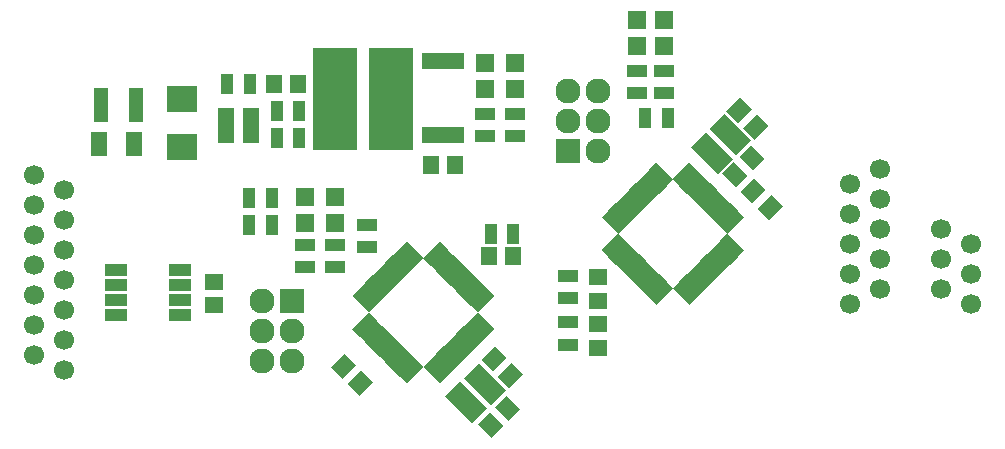
<source format=gbr>
G04 #@! TF.FileFunction,Soldermask,Top*
%FSLAX46Y46*%
G04 Gerber Fmt 4.6, Leading zero omitted, Abs format (unit mm)*
G04 Created by KiCad (PCBNEW 4.0.7-e2-6376~58~ubuntu16.04.1) date Mon Feb 19 20:22:06 2018*
%MOMM*%
%LPD*%
G01*
G04 APERTURE LIST*
%ADD10C,0.100000*%
%ADD11R,1.400000X1.650000*%
%ADD12R,1.400000X2.000000*%
%ADD13R,1.650000X1.400000*%
%ADD14R,2.559000X2.178000*%
%ADD15R,1.600000X1.600000*%
%ADD16R,1.300000X2.900000*%
%ADD17C,1.700000*%
%ADD18R,3.700000X8.600000*%
%ADD19R,2.127200X2.127200*%
%ADD20O,2.127200X2.127200*%
%ADD21R,1.700000X1.100000*%
%ADD22R,1.100000X1.700000*%
%ADD23R,3.600000X1.400000*%
%ADD24R,1.950000X1.000000*%
%ADD25R,1.460000X1.050000*%
G04 APERTURE END LIST*
D10*
G36*
X139326445Y-55228719D02*
X138159719Y-56395445D01*
X137169769Y-55405495D01*
X138336495Y-54238769D01*
X139326445Y-55228719D01*
X139326445Y-55228719D01*
G37*
G36*
X137912231Y-53814505D02*
X136745505Y-54981231D01*
X135755555Y-53991281D01*
X136922281Y-52824555D01*
X137912231Y-53814505D01*
X137912231Y-53814505D01*
G37*
D11*
X149172200Y-44574486D03*
X151172200Y-44574486D03*
D12*
X119126000Y-35052000D03*
X116126000Y-35052000D03*
D13*
X125857000Y-46752000D03*
X125857000Y-48752000D03*
D11*
X132969000Y-29972000D03*
X130969000Y-29972000D03*
X144272000Y-36830000D03*
X146272000Y-36830000D03*
D10*
G36*
X148455555Y-53356281D02*
X149622281Y-52189555D01*
X150612231Y-53179505D01*
X149445505Y-54346231D01*
X148455555Y-53356281D01*
X148455555Y-53356281D01*
G37*
G36*
X149869769Y-54770495D02*
X151036495Y-53603769D01*
X152026445Y-54593719D01*
X150859719Y-55760445D01*
X149869769Y-54770495D01*
X149869769Y-54770495D01*
G37*
G36*
X149368281Y-59951445D02*
X148201555Y-58784719D01*
X149191505Y-57794769D01*
X150358231Y-58961495D01*
X149368281Y-59951445D01*
X149368281Y-59951445D01*
G37*
G36*
X150782495Y-58537231D02*
X149615769Y-57370505D01*
X150605719Y-56380555D01*
X151772445Y-57547281D01*
X150782495Y-58537231D01*
X150782495Y-58537231D01*
G37*
G36*
X170426555Y-39132281D02*
X171593281Y-37965555D01*
X172583231Y-38955505D01*
X171416505Y-40122231D01*
X170426555Y-39132281D01*
X170426555Y-39132281D01*
G37*
G36*
X171840769Y-40546495D02*
X173007495Y-39379769D01*
X173997445Y-40369719D01*
X172830719Y-41536445D01*
X171840769Y-40546495D01*
X171840769Y-40546495D01*
G37*
G36*
X169211448Y-32329174D02*
X170378174Y-31162448D01*
X171368124Y-32152398D01*
X170201398Y-33319124D01*
X169211448Y-32329174D01*
X169211448Y-32329174D01*
G37*
G36*
X170625662Y-33743388D02*
X171792388Y-32576662D01*
X172782338Y-33566612D01*
X171615612Y-34733338D01*
X170625662Y-33743388D01*
X170625662Y-33743388D01*
G37*
D13*
X158369000Y-46387000D03*
X158369000Y-48387000D03*
D10*
G36*
X170069281Y-38742445D02*
X168902555Y-37575719D01*
X169892505Y-36585769D01*
X171059231Y-37752495D01*
X170069281Y-38742445D01*
X170069281Y-38742445D01*
G37*
G36*
X171483495Y-37328231D02*
X170316769Y-36161505D01*
X171306719Y-35171555D01*
X172473445Y-36338281D01*
X171483495Y-37328231D01*
X171483495Y-37328231D01*
G37*
D13*
X158369000Y-50324000D03*
X158369000Y-52324000D03*
D14*
X123190000Y-35306000D03*
X123190000Y-31242000D03*
D15*
X148844000Y-30437000D03*
X148844000Y-28237000D03*
X151384000Y-30437000D03*
X151384000Y-28237000D03*
X136144000Y-41740000D03*
X136144000Y-39540000D03*
X133604000Y-41740000D03*
X133604000Y-39540000D03*
D16*
X116332000Y-31750000D03*
X119232000Y-31750000D03*
D10*
G36*
X138221449Y-51401784D02*
X137549697Y-50730032D01*
X138963911Y-49315818D01*
X139635663Y-49987570D01*
X138221449Y-51401784D01*
X138221449Y-51401784D01*
G37*
G36*
X138787135Y-51967469D02*
X138115383Y-51295717D01*
X139529597Y-49881503D01*
X140201349Y-50553255D01*
X138787135Y-51967469D01*
X138787135Y-51967469D01*
G37*
G36*
X139352820Y-52533155D02*
X138681068Y-51861403D01*
X140095282Y-50447189D01*
X140767034Y-51118941D01*
X139352820Y-52533155D01*
X139352820Y-52533155D01*
G37*
G36*
X139918505Y-53098840D02*
X139246753Y-52427088D01*
X140660967Y-51012874D01*
X141332719Y-51684626D01*
X139918505Y-53098840D01*
X139918505Y-53098840D01*
G37*
G36*
X140484191Y-53664526D02*
X139812439Y-52992774D01*
X141226653Y-51578560D01*
X141898405Y-52250312D01*
X140484191Y-53664526D01*
X140484191Y-53664526D01*
G37*
G36*
X141049876Y-54230211D02*
X140378124Y-53558459D01*
X141792338Y-52144245D01*
X142464090Y-52815997D01*
X141049876Y-54230211D01*
X141049876Y-54230211D01*
G37*
G36*
X141615562Y-54795896D02*
X140943810Y-54124144D01*
X142358024Y-52709930D01*
X143029776Y-53381682D01*
X141615562Y-54795896D01*
X141615562Y-54795896D01*
G37*
G36*
X142181247Y-55361582D02*
X141509495Y-54689830D01*
X142923709Y-53275616D01*
X143595461Y-53947368D01*
X142181247Y-55361582D01*
X142181247Y-55361582D01*
G37*
G36*
X145646071Y-54689830D02*
X144974319Y-55361582D01*
X143560105Y-53947368D01*
X144231857Y-53275616D01*
X145646071Y-54689830D01*
X145646071Y-54689830D01*
G37*
G36*
X146211756Y-54124144D02*
X145540004Y-54795896D01*
X144125790Y-53381682D01*
X144797542Y-52709930D01*
X146211756Y-54124144D01*
X146211756Y-54124144D01*
G37*
G36*
X146777442Y-53558459D02*
X146105690Y-54230211D01*
X144691476Y-52815997D01*
X145363228Y-52144245D01*
X146777442Y-53558459D01*
X146777442Y-53558459D01*
G37*
G36*
X147343127Y-52992774D02*
X146671375Y-53664526D01*
X145257161Y-52250312D01*
X145928913Y-51578560D01*
X147343127Y-52992774D01*
X147343127Y-52992774D01*
G37*
G36*
X147908813Y-52427088D02*
X147237061Y-53098840D01*
X145822847Y-51684626D01*
X146494599Y-51012874D01*
X147908813Y-52427088D01*
X147908813Y-52427088D01*
G37*
G36*
X148474498Y-51861403D02*
X147802746Y-52533155D01*
X146388532Y-51118941D01*
X147060284Y-50447189D01*
X148474498Y-51861403D01*
X148474498Y-51861403D01*
G37*
G36*
X149040183Y-51295717D02*
X148368431Y-51967469D01*
X146954217Y-50553255D01*
X147625969Y-49881503D01*
X149040183Y-51295717D01*
X149040183Y-51295717D01*
G37*
G36*
X149605869Y-50730032D02*
X148934117Y-51401784D01*
X147519903Y-49987570D01*
X148191655Y-49315818D01*
X149605869Y-50730032D01*
X149605869Y-50730032D01*
G37*
G36*
X148191655Y-49351174D02*
X147519903Y-48679422D01*
X148934117Y-47265208D01*
X149605869Y-47936960D01*
X148191655Y-49351174D01*
X148191655Y-49351174D01*
G37*
G36*
X147625969Y-48785489D02*
X146954217Y-48113737D01*
X148368431Y-46699523D01*
X149040183Y-47371275D01*
X147625969Y-48785489D01*
X147625969Y-48785489D01*
G37*
G36*
X147060284Y-48219803D02*
X146388532Y-47548051D01*
X147802746Y-46133837D01*
X148474498Y-46805589D01*
X147060284Y-48219803D01*
X147060284Y-48219803D01*
G37*
G36*
X146494599Y-47654118D02*
X145822847Y-46982366D01*
X147237061Y-45568152D01*
X147908813Y-46239904D01*
X146494599Y-47654118D01*
X146494599Y-47654118D01*
G37*
G36*
X145928913Y-47088432D02*
X145257161Y-46416680D01*
X146671375Y-45002466D01*
X147343127Y-45674218D01*
X145928913Y-47088432D01*
X145928913Y-47088432D01*
G37*
G36*
X145363228Y-46522747D02*
X144691476Y-45850995D01*
X146105690Y-44436781D01*
X146777442Y-45108533D01*
X145363228Y-46522747D01*
X145363228Y-46522747D01*
G37*
G36*
X144797542Y-45957062D02*
X144125790Y-45285310D01*
X145540004Y-43871096D01*
X146211756Y-44542848D01*
X144797542Y-45957062D01*
X144797542Y-45957062D01*
G37*
G36*
X144231857Y-45391376D02*
X143560105Y-44719624D01*
X144974319Y-43305410D01*
X145646071Y-43977162D01*
X144231857Y-45391376D01*
X144231857Y-45391376D01*
G37*
G36*
X143595461Y-44719624D02*
X142923709Y-45391376D01*
X141509495Y-43977162D01*
X142181247Y-43305410D01*
X143595461Y-44719624D01*
X143595461Y-44719624D01*
G37*
G36*
X143029776Y-45285310D02*
X142358024Y-45957062D01*
X140943810Y-44542848D01*
X141615562Y-43871096D01*
X143029776Y-45285310D01*
X143029776Y-45285310D01*
G37*
G36*
X142464090Y-45850995D02*
X141792338Y-46522747D01*
X140378124Y-45108533D01*
X141049876Y-44436781D01*
X142464090Y-45850995D01*
X142464090Y-45850995D01*
G37*
G36*
X141898405Y-46416680D02*
X141226653Y-47088432D01*
X139812439Y-45674218D01*
X140484191Y-45002466D01*
X141898405Y-46416680D01*
X141898405Y-46416680D01*
G37*
G36*
X141332719Y-46982366D02*
X140660967Y-47654118D01*
X139246753Y-46239904D01*
X139918505Y-45568152D01*
X141332719Y-46982366D01*
X141332719Y-46982366D01*
G37*
G36*
X140767034Y-47548051D02*
X140095282Y-48219803D01*
X138681068Y-46805589D01*
X139352820Y-46133837D01*
X140767034Y-47548051D01*
X140767034Y-47548051D01*
G37*
G36*
X140201349Y-48113737D02*
X139529597Y-48785489D01*
X138115383Y-47371275D01*
X138787135Y-46699523D01*
X140201349Y-48113737D01*
X140201349Y-48113737D01*
G37*
G36*
X139635663Y-48679422D02*
X138963911Y-49351174D01*
X137549697Y-47936960D01*
X138221449Y-47265208D01*
X139635663Y-48679422D01*
X139635663Y-48679422D01*
G37*
D17*
X179705000Y-43561000D03*
X179705000Y-46101000D03*
X179705000Y-48641000D03*
X179705000Y-41021000D03*
X182245000Y-47371000D03*
X182245000Y-44831000D03*
X182245000Y-42291000D03*
X182245000Y-39751000D03*
X179705000Y-38481000D03*
X182245000Y-37211000D03*
X110617000Y-42799000D03*
X110617000Y-40259000D03*
X110617000Y-37719000D03*
X110617000Y-45339000D03*
X113157000Y-38989000D03*
X113157000Y-41529000D03*
X113157000Y-44069000D03*
X113157000Y-46609000D03*
X110617000Y-47879000D03*
X113157000Y-49149000D03*
X110617000Y-50419000D03*
X113157000Y-51689000D03*
X110617000Y-52959000D03*
X113157000Y-54229000D03*
X187452000Y-47371000D03*
X187452000Y-44831000D03*
X187452000Y-42291000D03*
X189992000Y-43561000D03*
X189992000Y-46101000D03*
X189992000Y-48641000D03*
D18*
X136144000Y-31242000D03*
X140844000Y-31242000D03*
D19*
X132461000Y-48387000D03*
D20*
X129921000Y-48387000D03*
X132461000Y-50927000D03*
X129921000Y-50927000D03*
X132461000Y-53467000D03*
X129921000Y-53467000D03*
D19*
X155829000Y-35687000D03*
D20*
X158369000Y-35687000D03*
X155829000Y-33147000D03*
X158369000Y-33147000D03*
X155829000Y-30607000D03*
X158369000Y-30607000D03*
D21*
X148844000Y-34412000D03*
X148844000Y-32512000D03*
D22*
X151172200Y-42669486D03*
X149272200Y-42669486D03*
X127000000Y-29972000D03*
X128900000Y-29972000D03*
X131196000Y-34544000D03*
X133096000Y-34544000D03*
X131196000Y-32258000D03*
X133096000Y-32258000D03*
D23*
X145288000Y-34290000D03*
X145288000Y-28090000D03*
D21*
X151384000Y-34412000D03*
X151384000Y-32512000D03*
D22*
X128844000Y-39624000D03*
X130744000Y-39624000D03*
X128844000Y-41910000D03*
X130744000Y-41910000D03*
D21*
X136144000Y-43627000D03*
X136144000Y-45527000D03*
X133604000Y-43627000D03*
X133604000Y-45527000D03*
X138811000Y-41915000D03*
X138811000Y-43815000D03*
D22*
X164272000Y-32893000D03*
X162372000Y-32893000D03*
D21*
X155829000Y-48130500D03*
X155829000Y-46230500D03*
X155829000Y-52070000D03*
X155829000Y-50170000D03*
D24*
X122969000Y-49530000D03*
X122969000Y-48260000D03*
X122969000Y-46990000D03*
X122969000Y-45720000D03*
X117569000Y-45720000D03*
X117569000Y-46990000D03*
X117569000Y-48260000D03*
X117569000Y-49530000D03*
D25*
X126832000Y-32578000D03*
X126832000Y-33528000D03*
X126832000Y-34478000D03*
X129032000Y-34478000D03*
X129032000Y-32578000D03*
X129032000Y-33528000D03*
D10*
G36*
X170075334Y-40603712D02*
X170747086Y-41275464D01*
X169332872Y-42689678D01*
X168661120Y-42017926D01*
X170075334Y-40603712D01*
X170075334Y-40603712D01*
G37*
G36*
X169509648Y-40038027D02*
X170181400Y-40709779D01*
X168767186Y-42123993D01*
X168095434Y-41452241D01*
X169509648Y-40038027D01*
X169509648Y-40038027D01*
G37*
G36*
X168943963Y-39472341D02*
X169615715Y-40144093D01*
X168201501Y-41558307D01*
X167529749Y-40886555D01*
X168943963Y-39472341D01*
X168943963Y-39472341D01*
G37*
G36*
X168378278Y-38906656D02*
X169050030Y-39578408D01*
X167635816Y-40992622D01*
X166964064Y-40320870D01*
X168378278Y-38906656D01*
X168378278Y-38906656D01*
G37*
G36*
X167812592Y-38340970D02*
X168484344Y-39012722D01*
X167070130Y-40426936D01*
X166398378Y-39755184D01*
X167812592Y-38340970D01*
X167812592Y-38340970D01*
G37*
G36*
X167246907Y-37775285D02*
X167918659Y-38447037D01*
X166504445Y-39861251D01*
X165832693Y-39189499D01*
X167246907Y-37775285D01*
X167246907Y-37775285D01*
G37*
G36*
X166681221Y-37209600D02*
X167352973Y-37881352D01*
X165938759Y-39295566D01*
X165267007Y-38623814D01*
X166681221Y-37209600D01*
X166681221Y-37209600D01*
G37*
G36*
X166115536Y-36643914D02*
X166787288Y-37315666D01*
X165373074Y-38729880D01*
X164701322Y-38058128D01*
X166115536Y-36643914D01*
X166115536Y-36643914D01*
G37*
G36*
X162650712Y-37315666D02*
X163322464Y-36643914D01*
X164736678Y-38058128D01*
X164064926Y-38729880D01*
X162650712Y-37315666D01*
X162650712Y-37315666D01*
G37*
G36*
X162085027Y-37881352D02*
X162756779Y-37209600D01*
X164170993Y-38623814D01*
X163499241Y-39295566D01*
X162085027Y-37881352D01*
X162085027Y-37881352D01*
G37*
G36*
X161519341Y-38447037D02*
X162191093Y-37775285D01*
X163605307Y-39189499D01*
X162933555Y-39861251D01*
X161519341Y-38447037D01*
X161519341Y-38447037D01*
G37*
G36*
X160953656Y-39012722D02*
X161625408Y-38340970D01*
X163039622Y-39755184D01*
X162367870Y-40426936D01*
X160953656Y-39012722D01*
X160953656Y-39012722D01*
G37*
G36*
X160387970Y-39578408D02*
X161059722Y-38906656D01*
X162473936Y-40320870D01*
X161802184Y-40992622D01*
X160387970Y-39578408D01*
X160387970Y-39578408D01*
G37*
G36*
X159822285Y-40144093D02*
X160494037Y-39472341D01*
X161908251Y-40886555D01*
X161236499Y-41558307D01*
X159822285Y-40144093D01*
X159822285Y-40144093D01*
G37*
G36*
X159256600Y-40709779D02*
X159928352Y-40038027D01*
X161342566Y-41452241D01*
X160670814Y-42123993D01*
X159256600Y-40709779D01*
X159256600Y-40709779D01*
G37*
G36*
X158690914Y-41275464D02*
X159362666Y-40603712D01*
X160776880Y-42017926D01*
X160105128Y-42689678D01*
X158690914Y-41275464D01*
X158690914Y-41275464D01*
G37*
G36*
X160105128Y-42654322D02*
X160776880Y-43326074D01*
X159362666Y-44740288D01*
X158690914Y-44068536D01*
X160105128Y-42654322D01*
X160105128Y-42654322D01*
G37*
G36*
X160670814Y-43220007D02*
X161342566Y-43891759D01*
X159928352Y-45305973D01*
X159256600Y-44634221D01*
X160670814Y-43220007D01*
X160670814Y-43220007D01*
G37*
G36*
X161236499Y-43785693D02*
X161908251Y-44457445D01*
X160494037Y-45871659D01*
X159822285Y-45199907D01*
X161236499Y-43785693D01*
X161236499Y-43785693D01*
G37*
G36*
X161802184Y-44351378D02*
X162473936Y-45023130D01*
X161059722Y-46437344D01*
X160387970Y-45765592D01*
X161802184Y-44351378D01*
X161802184Y-44351378D01*
G37*
G36*
X162367870Y-44917064D02*
X163039622Y-45588816D01*
X161625408Y-47003030D01*
X160953656Y-46331278D01*
X162367870Y-44917064D01*
X162367870Y-44917064D01*
G37*
G36*
X162933555Y-45482749D02*
X163605307Y-46154501D01*
X162191093Y-47568715D01*
X161519341Y-46896963D01*
X162933555Y-45482749D01*
X162933555Y-45482749D01*
G37*
G36*
X163499241Y-46048434D02*
X164170993Y-46720186D01*
X162756779Y-48134400D01*
X162085027Y-47462648D01*
X163499241Y-46048434D01*
X163499241Y-46048434D01*
G37*
G36*
X164064926Y-46614120D02*
X164736678Y-47285872D01*
X163322464Y-48700086D01*
X162650712Y-48028334D01*
X164064926Y-46614120D01*
X164064926Y-46614120D01*
G37*
G36*
X164701322Y-47285872D02*
X165373074Y-46614120D01*
X166787288Y-48028334D01*
X166115536Y-48700086D01*
X164701322Y-47285872D01*
X164701322Y-47285872D01*
G37*
G36*
X165267007Y-46720186D02*
X165938759Y-46048434D01*
X167352973Y-47462648D01*
X166681221Y-48134400D01*
X165267007Y-46720186D01*
X165267007Y-46720186D01*
G37*
G36*
X165832693Y-46154501D02*
X166504445Y-45482749D01*
X167918659Y-46896963D01*
X167246907Y-47568715D01*
X165832693Y-46154501D01*
X165832693Y-46154501D01*
G37*
G36*
X166398378Y-45588816D02*
X167070130Y-44917064D01*
X168484344Y-46331278D01*
X167812592Y-47003030D01*
X166398378Y-45588816D01*
X166398378Y-45588816D01*
G37*
G36*
X166964064Y-45023130D02*
X167635816Y-44351378D01*
X169050030Y-45765592D01*
X168378278Y-46437344D01*
X166964064Y-45023130D01*
X166964064Y-45023130D01*
G37*
G36*
X167529749Y-44457445D02*
X168201501Y-43785693D01*
X169615715Y-45199907D01*
X168943963Y-45871659D01*
X167529749Y-44457445D01*
X167529749Y-44457445D01*
G37*
G36*
X168095434Y-43891759D02*
X168767186Y-43220007D01*
X170181400Y-44634221D01*
X169509648Y-45305973D01*
X168095434Y-43891759D01*
X168095434Y-43891759D01*
G37*
G36*
X168661120Y-43326074D02*
X169332872Y-42654322D01*
X170747086Y-44068536D01*
X170075334Y-44740288D01*
X168661120Y-43326074D01*
X168661120Y-43326074D01*
G37*
G36*
X148280043Y-53623901D02*
X149411414Y-54755272D01*
X148138621Y-56028065D01*
X147007250Y-54896694D01*
X148280043Y-53623901D01*
X148280043Y-53623901D01*
G37*
G36*
X146724408Y-55179536D02*
X147855779Y-56310907D01*
X146582986Y-57583700D01*
X145451615Y-56452329D01*
X146724408Y-55179536D01*
X146724408Y-55179536D01*
G37*
G36*
X147855779Y-56310907D02*
X148987150Y-57442278D01*
X147714357Y-58715071D01*
X146582986Y-57583700D01*
X147855779Y-56310907D01*
X147855779Y-56310907D01*
G37*
G36*
X149411414Y-54755272D02*
X150542785Y-55886643D01*
X149269992Y-57159436D01*
X148138621Y-56028065D01*
X149411414Y-54755272D01*
X149411414Y-54755272D01*
G37*
G36*
X168500157Y-37597585D02*
X167368786Y-36466214D01*
X168641579Y-35193421D01*
X169772950Y-36324792D01*
X168500157Y-37597585D01*
X168500157Y-37597585D01*
G37*
G36*
X170055792Y-36041950D02*
X168924421Y-34910579D01*
X170197214Y-33637786D01*
X171328585Y-34769157D01*
X170055792Y-36041950D01*
X170055792Y-36041950D01*
G37*
G36*
X168924421Y-34910579D02*
X167793050Y-33779208D01*
X169065843Y-32506415D01*
X170197214Y-33637786D01*
X168924421Y-34910579D01*
X168924421Y-34910579D01*
G37*
G36*
X167368786Y-36466214D02*
X166237415Y-35334843D01*
X167510208Y-34062050D01*
X168641579Y-35193421D01*
X167368786Y-36466214D01*
X167368786Y-36466214D01*
G37*
D15*
X163957000Y-26754000D03*
X163957000Y-24554000D03*
X161671000Y-26754000D03*
X161671000Y-24554000D03*
D21*
X163957000Y-28895000D03*
X163957000Y-30795000D03*
X161671000Y-28895000D03*
X161671000Y-30795000D03*
M02*

</source>
